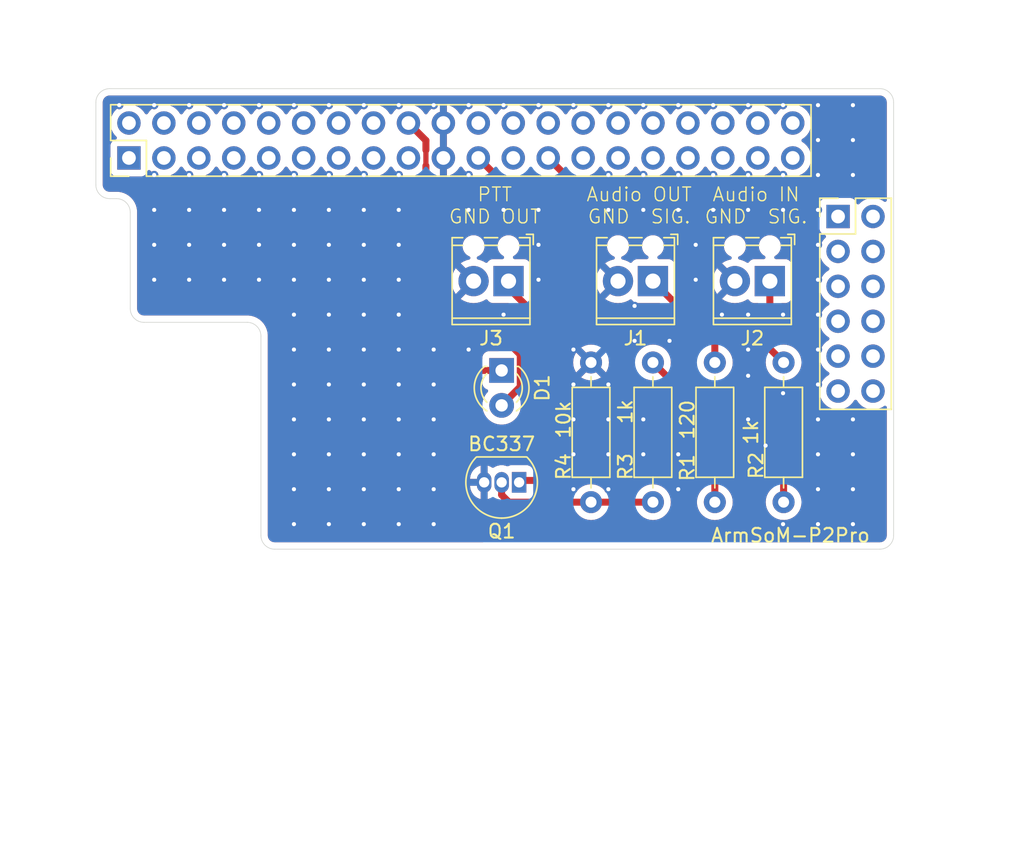
<source format=kicad_pcb>
(kicad_pcb (version 20240108) (generator "pcbnew") (generator_version "8.0")
  (layers (0 "F.Cu" signal) (31 "B.Cu" signal) (34 "B.Paste" user) (35 "F.Paste" user) (36 "B.SilkS" user "B.Silkscreen") (37 "F.SilkS" user "F.Silkscreen") (38 "B.Mask" user) (39 "F.Mask" user) (44 "Edge.Cuts" user))
  (net 0 "")
  (net 1 "Net-(J1-Pin_1)")
  (net 2 "+3.3V")
  (net 3 "Net-(D1-A)")
  (net 4 "Net-(D1-K)")
  (net 5 "GND")
  (net 6 "Net-(J2-Pin_1)")
  (net 7 "/PTT")
  (net 8 "Net-(Q1-B)")
  (net 33 "Net-(IC1-LINEOUT_L)")
  (net 47 "Net-(IC1-MICP1)")
  (footprint "TerminalBlock_Phoenix:TerminalBlock_Phoenix_MPT-0,5-2-2.54_1x02_P2.54mm_Horizontal" (layer "F.Cu") (at 104.5 89 180)
    (property "Reference" "J3" (at 1.27 -4.16 180) (layer "F.SilkS"))
    (property "Value" "PTT")
    (fp_line (start 4.1 -3.16) (end 4.1 3.16) (stroke (width 0.12)) (layer "F.SilkS"))
    (fp_line (start 3.33 3.16) (end 4.1 3.16) (stroke (width 0.12)) (layer "F.SilkS"))
    (fp_line (start 3.33 2.6) (end 4.1 2.6) (stroke (width 0.12)) (layer "F.SilkS"))
    (fp_line (start 0.79 3.16) (end 1.75 3.16) (stroke (width 0.12)) (layer "F.SilkS"))
    (fp_line (start 0.79 2.6) (end 1.75 2.6) (stroke (width 0.12)) (layer "F.SilkS"))
    (fp_line (start -1.56 3.16) (end -0.79 3.16) (stroke (width 0.12)) (layer "F.SilkS"))
    (fp_line (start -1.56 2.6) (end -0.79 2.6) (stroke (width 0.12)) (layer "F.SilkS"))
    (fp_line (start -1.56 -2.7) (end 4.1 -2.7) (stroke (width 0.12)) (layer "F.SilkS"))
    (fp_line (start -1.56 -3.16) (end 4.1 -3.16) (stroke (width 0.12)) (layer "F.SilkS"))
    (fp_line (start -1.56 -3.16) (end -1.56 3.16) (stroke (width 0.12)) (layer "F.SilkS"))
    (fp_line (start -1.8 3.4) (end -1.3 3.4) (stroke (width 0.12)) (layer "F.SilkS"))
    (fp_line (start -1.8 2.66) (end -1.8 3.4) (stroke (width 0.12)) (layer "F.SilkS"))
    (pad "" np_thru_hole circle (at 0 2.54 180) (size 1.1 1.1) (drill 1.1) (layers "*.Cu" "*.Mask"))
    (pad "" np_thru_hole circle (at 2.54 2.54 180) (size 1.1 1.1) (drill 1.1) (layers "*.Cu" "*.Mask"))
    (pad "1" thru_hole rect (at 0 0 180) (size 2.2 2.2) (drill 1.1) (layers "*.Cu" "*.Mask") (net 7 "/PTT"))
    (pad "2" thru_hole circle (at 2.54 0 180) (size 2.2 2.2) (drill 1.1) (layers "*.Cu" "*.Mask") (net 5 "GND"))
  )
  (footprint "LED_THT:LED_D3.0mm" (layer "F.Cu") (at 104 95.5 -90)
    (property "Reference" "D1" (at 1.27 -2.96 90) (layer "F.SilkS"))
    (property "Value" "LED")
    (fp_line (start -0.29 1.08) (end -0.29 1.236) (stroke (width 0.12)) (layer "F.SilkS"))
    (fp_line (start -0.29 -1.236) (end -0.29 -1.08) (stroke (width 0.12)) (layer "F.SilkS"))
    (fp_arc (start 2.31113 1.079837) (mid 1.270117 1.5) (end 0.229039 1.08) (stroke (width 0.12)) (layer "F.SilkS"))
    (fp_arc (start 2.942335 1.078608) (mid 1.366487 1.987659) (end -0.29 1.235516) (stroke (width 0.12)) (layer "F.SilkS"))
    (fp_arc (start 0.229039 -1.08) (mid 1.270117 -1.5) (end 2.31113 -1.079837) (stroke (width 0.12)) (layer "F.SilkS"))
    (fp_arc (start -0.29 -1.235516) (mid 1.366487 -1.987659) (end 2.942335 -1.078608) (stroke (width 0.12)) (layer "F.SilkS"))
    (pad "1" thru_hole rect (at 0 0 270) (size 1.8 1.8) (drill 0.9) (layers "*.Cu" "*.Mask") (net 4 "Net-(D1-K)"))
    (pad "2" thru_hole circle (at 2.54 0 270) (size 1.8 1.8) (drill 0.9) (layers "*.Cu" "*.Mask") (net 3 "Net-(D1-A)"))
  )
  (footprint "Resistor_THT:R_Axial_DIN0207_L6.3mm_D2.5mm_P10.16mm_Horizontal" (layer "F.Cu") (at 110.5 94.92 -90)
    (property "Reference" "R4" (at 7.58 2 90) (layer "F.SilkS"))
    (property "Value" "10k" (at 4.16 2 90) (layer "F.SilkS"))
    (fp_line (start 1.81 1.37) (end 8.35 1.37) (stroke (width 0.12)) (layer "F.SilkS"))
    (fp_line (start 8.35 1.37) (end 8.35 -1.37) (stroke (width 0.12)) (layer "F.SilkS"))
    (fp_line (start 1.04 0) (end 1.81 0) (stroke (width 0.12)) (layer "F.SilkS"))
    (fp_line (start 9.12 0) (end 8.35 0) (stroke (width 0.12)) (layer "F.SilkS"))
    (fp_line (start 1.81 -1.37) (end 1.81 1.37) (stroke (width 0.12)) (layer "F.SilkS"))
    (fp_line (start 8.35 -1.37) (end 1.81 -1.37) (stroke (width 0.12)) (layer "F.SilkS"))
    (pad "1" thru_hole circle (at 0 0 270) (size 1.6 1.6) (drill 0.8) (layers "*.Cu" "*.Mask") (net 5 "GND"))
    (pad "2" thru_hole oval (at 10.16 0 270) (size 1.6 1.6) (drill 0.8) (layers "*.Cu" "*.Mask") (net 8 "Net-(Q1-B)"))
  )
  (footprint "Resistor_THT:R_Axial_DIN0207_L6.3mm_D2.5mm_P10.16mm_Horizontal" (layer "F.Cu") (at 115 105.08 90)
    (property "Reference" "R3" (at 2.58 -2 90) (layer "F.SilkS"))
    (property "Value" "1k" (at 6.58 -2 90) (layer "F.SilkS"))
    (fp_line (start 8.35 -1.37) (end 1.81 -1.37) (stroke (width 0.12)) (layer "F.SilkS"))
    (fp_line (start 1.81 -1.37) (end 1.81 1.37) (stroke (width 0.12)) (layer "F.SilkS"))
    (fp_line (start 9.12 0) (end 8.35 0) (stroke (width 0.12)) (layer "F.SilkS"))
    (fp_line (start 1.04 0) (end 1.81 0) (stroke (width 0.12)) (layer "F.SilkS"))
    (fp_line (start 8.35 1.37) (end 8.35 -1.37) (stroke (width 0.12)) (layer "F.SilkS"))
    (fp_line (start 1.81 1.37) (end 8.35 1.37) (stroke (width 0.12)) (layer "F.SilkS"))
    (pad "1" thru_hole circle (at 0 0 90) (size 1.6 1.6) (drill 0.8) (layers "*.Cu" "*.Mask") (net 8 "Net-(Q1-B)"))
    (pad "2" thru_hole oval (at 10.16 0 90) (size 1.6 1.6) (drill 0.8) (layers "*.Cu" "*.Mask") (net 4 "Net-(D1-K)"))
  )
  (footprint "Resistor_THT:R_Axial_DIN0207_L6.3mm_D2.5mm_P10.16mm_Horizontal" (layer "F.Cu") (at 119.5 94.92 -90)
    (property "Reference" "R1" (at 7.66 2 90) (layer "F.SilkS"))
    (property "Value" "120" (at 4.16 2 90) (layer "F.SilkS"))
    (fp_line (start 1.81 1.37) (end 8.35 1.37) (stroke (width 0.12)) (layer "F.SilkS"))
    (fp_line (start 8.35 1.37) (end 8.35 -1.37) (stroke (width 0.12)) (layer "F.SilkS"))
    (fp_line (start 1.04 0) (end 1.81 0) (stroke (width 0.12)) (layer "F.SilkS"))
    (fp_line (start 9.12 0) (end 8.35 0) (stroke (width 0.12)) (layer "F.SilkS"))
    (fp_line (start 1.81 -1.37) (end 1.81 1.37) (stroke (width 0.12)) (layer "F.SilkS"))
    (fp_line (start 8.35 -1.37) (end 1.81 -1.37) (stroke (width 0.12)) (layer "F.SilkS"))
    (pad "1" thru_hole circle (at 0 0 270) (size 1.6 1.6) (drill 0.8) (layers "*.Cu" "*.Mask") (net 1 "Net-(J1-Pin_1)"))
    (pad "2" thru_hole oval (at 10.16 0 270) (size 1.6 1.6) (drill 0.8) (layers "*.Cu" "*.Mask") (net 33 "Net-(IC1-LINEOUT_L)"))
  )
  (footprint "Package_TO_SOT_THT:TO-92_Inline" (layer "F.Cu") (at 105.27 103.64 180)
    (property "Reference" "Q1" (at 1.27 -3.56 0) (layer "F.SilkS"))
    (property "Value" "BC337" (at 1.27 2.79 0) (layer "F.SilkS"))
    (fp_line (start -0.53 1.85) (end 3.07 1.85) (stroke (width 0.12)) (layer "F.SilkS"))
    (fp_arc (start 1.27 -2.6) (mid 3.672087 -0.994977) (end 3.108478 1.838478) (stroke (width 0.12)) (layer "F.SilkS"))
    (fp_arc (start -0.568478 1.838478) (mid -1.132087 -0.994977) (end 1.27 -2.6) (stroke (width 0.12)) (layer "F.SilkS"))
    (pad "1" thru_hole rect (at 0 0 180) (size 1.05 1.5) (drill 0.75) (layers "*.Cu" "*.Mask") (net 7 "/PTT"))
    (pad "2" thru_hole oval (at 1.27 0 180) (size 1.05 1.5) (drill 0.75) (layers "*.Cu" "*.Mask") (net 8 "Net-(Q1-B)"))
    (pad "3" thru_hole oval (at 2.54 0 180) (size 1.05 1.5) (drill 0.75) (layers "*.Cu" "*.Mask") (net 5 "GND"))
  )
  (footprint "TerminalBlock_Phoenix:TerminalBlock_Phoenix_MPT-0,5-2-2.54_1x02_P2.54mm_Horizontal" (layer "F.Cu") (at 115 89 180)
    (property "Reference" "J1" (at 1.27 -4.16 180) (layer "F.SilkS"))
    (property "Value" "Audio OUT")
    (fp_line (start 4.1 -3.16) (end 4.1 3.16) (stroke (width 0.12)) (layer "F.SilkS"))
    (fp_line (start 3.33 3.16) (end 4.1 3.16) (stroke (width 0.12)) (layer "F.SilkS"))
    (fp_line (start 3.33 2.6) (end 4.1 2.6) (stroke (width 0.12)) (layer "F.SilkS"))
    (fp_line (start 0.79 3.16) (end 1.75 3.16) (stroke (width 0.12)) (layer "F.SilkS"))
    (fp_line (start 0.79 2.6) (end 1.75 2.6) (stroke (width 0.12)) (layer "F.SilkS"))
    (fp_line (start -1.56 3.16) (end -0.79 3.16) (stroke (width 0.12)) (layer "F.SilkS"))
    (fp_line (start -1.56 2.6) (end -0.79 2.6) (stroke (width 0.12)) (layer "F.SilkS"))
    (fp_line (start -1.56 -2.7) (end 4.1 -2.7) (stroke (width 0.12)) (layer "F.SilkS"))
    (fp_line (start -1.56 -3.16) (end 4.1 -3.16) (stroke (width 0.12)) (layer "F.SilkS"))
    (fp_line (start -1.56 -3.16) (end -1.56 3.16) (stroke (width 0.12)) (layer "F.SilkS"))
    (fp_line (start -1.8 3.4) (end -1.3 3.4) (stroke (width 0.12)) (layer "F.SilkS"))
    (fp_line (start -1.8 2.66) (end -1.8 3.4) (stroke (width 0.12)) (layer "F.SilkS"))
    (pad "" np_thru_hole circle (at 0 2.54 180) (size 1.1 1.1) (drill 1.1) (layers "*.Cu" "*.Mask"))
    (pad "" np_thru_hole circle (at 2.54 2.54 180) (size 1.1 1.1) (drill 1.1) (layers "*.Cu" "*.Mask"))
    (pad "1" thru_hole rect (at 0 0 180) (size 2.2 2.2) (drill 1.1) (layers "*.Cu" "*.Mask") (net 1 "Net-(J1-Pin_1)"))
    (pad "2" thru_hole circle (at 2.54 0 180) (size 2.2 2.2) (drill 1.1) (layers "*.Cu" "*.Mask") (net 5 "GND"))
  )
  (footprint "TerminalBlock_Phoenix:TerminalBlock_Phoenix_MPT-0,5-2-2.54_1x02_P2.54mm_Horizontal" (layer "F.Cu") (at 123.5 89 180)
    (property "Reference" "J2" (at 1.27 -4.16 180) (layer "F.SilkS"))
    (property "Value" "Audio IN")
    (fp_line (start 4.1 -3.16) (end 4.1 3.16) (stroke (width 0.12)) (layer "F.SilkS"))
    (fp_line (start 3.33 3.16) (end 4.1 3.16) (stroke (width 0.12)) (layer "F.SilkS"))
    (fp_line (start 3.33 2.6) (end 4.1 2.6) (stroke (width 0.12)) (layer "F.SilkS"))
    (fp_line (start 0.79 3.16) (end 1.75 3.16) (stroke (width 0.12)) (layer "F.SilkS"))
    (fp_line (start 0.79 2.6) (end 1.75 2.6) (stroke (width 0.12)) (layer "F.SilkS"))
    (fp_line (start -1.56 3.16) (end -0.79 3.16) (stroke (width 0.12)) (layer "F.SilkS"))
    (fp_line (start -1.56 2.6) (end -0.79 2.6) (stroke (width 0.12)) (layer "F.SilkS"))
    (fp_line (start -1.56 -2.7) (end 4.1 -2.7) (stroke (width 0.12)) (layer "F.SilkS"))
    (fp_line (start -1.56 -3.16) (end 4.1 -3.16) (stroke (width 0.12)) (layer "F.SilkS"))
    (fp_line (start -1.56 -3.16) (end -1.56 3.16) (stroke (width 0.12)) (layer "F.SilkS"))
    (fp_line (start -1.8 3.4) (end -1.3 3.4) (stroke (width 0.12)) (layer "F.SilkS"))
    (fp_line (start -1.8 2.66) (end -1.8 3.4) (stroke (width 0.12)) (layer "F.SilkS"))
    (pad "" np_thru_hole circle (at 0 2.54 180) (size 1.1 1.1) (drill 1.1) (layers "*.Cu" "*.Mask"))
    (pad "" np_thru_hole circle (at 2.54 2.54 180) (size 1.1 1.1) (drill 1.1) (layers "*.Cu" "*.Mask"))
    (pad "1" thru_hole rect (at 0 0 180) (size 2.2 2.2) (drill 1.1) (layers "*.Cu" "*.Mask") (net 6 "Net-(J2-Pin_1)"))
    (pad "2" thru_hole circle (at 2.54 0 180) (size 2.2 2.2) (drill 1.1) (layers "*.Cu" "*.Mask") (net 5 "GND"))
  )
  (footprint "Resistor_THT:R_Axial_DIN0207_L6.3mm_D2.5mm_P10.16mm_Horizontal" (layer "F.Cu") (at 124.5 94.92 -90)
    (property "Reference" "R2" (at 7.5 2 90) (layer "F.SilkS"))
    (property "Value" "1k" (at 5.08 2.37 90) (layer "F.SilkS"))
    (fp_line (start 1.81 1.37) (end 8.35 1.37) (stroke (width 0.12)) (layer "F.SilkS"))
    (fp_line (start 8.35 1.37) (end 8.35 -1.37) (stroke (width 0.12)) (layer "F.SilkS"))
    (fp_line (start 1.04 0) (end 1.81 0) (stroke (width 0.12)) (layer "F.SilkS"))
    (fp_line (start 9.12 0) (end 8.35 0) (stroke (width 0.12)) (layer "F.SilkS"))
    (fp_line (start 1.81 -1.37) (end 1.81 1.37) (stroke (width 0.12)) (layer "F.SilkS"))
    (fp_line (start 8.35 -1.37) (end 1.81 -1.37) (stroke (width 0.12)) (layer "F.SilkS"))
    (pad "1" thru_hole circle (at 0 0 270) (size 1.6 1.6) (drill 0.8) (layers "*.Cu" "*.Mask") (net 6 "Net-(J2-Pin_1)"))
    (pad "2" thru_hole oval (at 10.16 0 270) (size 1.6 1.6) (drill 0.8) (layers "*.Cu" "*.Mask") (net 47 "Net-(IC1-MICP1)"))
  )
  (footprint "MyLibrary:ArmSom-P2Pro" (layer "F.Cu") (at 99.8 77.5)
    (property "Reference" "IC1" (hide yes))
    (property "Value" "ArmSoM-P2Pro" (at 25.2 30 0) (layer "F.SilkS"))
    (fp_line (start -24.224989 -1.33) (end -24.224989 1.27) (stroke (width 0.12)) (layer "F.SilkS"))
    (fp_line (start -24.224989 -1.33) (end 26.695011 -1.33) (stroke (width 0.12)) (layer "F.SilkS"))
    (fp_line (start -24.224989 1.27) (end -21.624989 1.27) (stroke (width 0.12)) (layer "F.SilkS"))
    (fp_line (start -24.224989 2.54) (end -24.224989 3.87) (stroke (width 0.12)) (layer "F.SilkS"))
    (fp_line (start -24.224989 3.87) (end -22.894989 3.87) (stroke (width 0.12)) (layer "F.SilkS"))
    (fp_line (start -21.624989 1.27) (end -21.624989 3.87) (stroke (width 0.12)) (layer "F.SilkS"))
    (fp_line (start -21.624989 3.87) (end 26.695011 3.87) (stroke (width 0.12)) (layer "F.SilkS"))
    (fp_line (start 26.695011 -1.33) (end 26.695011 3.87) (stroke (width 0.12)) (layer "F.SilkS"))
    (fp_line (start 27.33 5.47) (end 27.33 6.8) (stroke (width 0.12)) (layer "F.SilkS"))
    (fp_line (start 27.33 8.07) (end 27.33 20.83) (stroke (width 0.12)) (layer "F.SilkS"))
    (fp_line (start 28.66 5.47) (end 27.33 5.47) (stroke (width 0.12)) (layer "F.SilkS"))
    (fp_line (start 29.93 5.47) (end 29.93 8.07) (stroke (width 0.12)) (layer "F.SilkS"))
    (fp_line (start 29.93 8.07) (end 27.33 8.07) (stroke (width 0.12)) (layer "F.SilkS"))
    (fp_line (start 32.53 5.47) (end 29.93 5.47) (stroke (width 0.12)) (layer "F.SilkS"))
    (fp_line (start 32.53 5.47) (end 32.53 20.83) (stroke (width 0.12)) (layer "F.SilkS"))
    (fp_line (start 32.53 20.83) (end 27.33 20.83) (stroke (width 0.12)) (layer "F.SilkS"))
    (pad "J4_1" thru_hole rect (at -22.894989 2.54 270) (size 1.7 1.7) (drill 1) (layers "*.Cu" "*.Mask") (net 2 "+3.3V"))
    (pad "J4_2" thru_hole oval (at -22.894989 0 270) (size 1.7 1.7) (drill 1) (layers "*.Cu" "*.Mask"))
    (pad "J4_3" thru_hole oval (at -20.354989 2.54 270) (size 1.7 1.7) (drill 1) (layers "*.Cu" "*.Mask"))
    (pad "J4_4" thru_hole oval (at -20.354989 0 270) (size 1.7 1.7) (drill 1) (layers "*.Cu" "*.Mask"))
    (pad "J4_5" thru_hole oval (at -17.814989 2.54 270) (size 1.7 1.7) (drill 1) (layers "*.Cu" "*.Mask"))
    (pad "J4_6" thru_hole oval (at -17.814989 0 270) (size 1.7 1.7) (drill 1) (layers "*.Cu" "*.Mask"))
    (pad "J4_7" thru_hole oval (at -15.274989 2.54 270) (size 1.7 1.7) (drill 1) (layers "*.Cu" "*.Mask"))
    (pad "J4_8" thru_hole oval (at -15.274989 0 270) (size 1.7 1.7) (drill 1) (layers "*.Cu" "*.Mask"))
    (pad "J4_9" thru_hole oval (at -12.734989 2.54 270) (size 1.7 1.7) (drill 1) (layers "*.Cu" "*.Mask"))
    (pad "J4_10" thru_hole oval (at -12.734989 0 270) (size 1.7 1.7) (drill 1) (layers "*.Cu" "*.Mask"))
    (pad "J4_11" thru_hole oval (at -10.194989 2.54 270) (size 1.7 1.7) (drill 1) (layers "*.Cu" "*.Mask"))
    (pad "J4_12" thru_hole oval (at -10.194989 0 270) (size 1.7 1.7) (drill 1) (layers "*.Cu" "*.Mask"))
    (pad "J4_13" thru_hole oval (at -7.654989 2.54 270) (size 1.7 1.7) (drill 1) (layers "*.Cu" "*.Mask"))
    (pad "J4_14" thru_hole oval (at -7.654989 0 270) (size 1.7 1.7) (drill 1) (layers "*.Cu" "*.Mask"))
    (pad "J4_15" thru_hole oval (at -5.114989 2.54 270) (size 1.7 1.7) (drill 1) (layers "*.Cu" "*.Mask"))
    (pad "J4_16" thru_hole oval (at -5.114989 0 270) (size 1.7 1.7) (drill 1) (layers "*.Cu" "*.Mask"))
    (pad "J4_17" thru_hole oval (at -2.574989 2.54 270) (size 1.7 1.7) (drill 1) (layers "*.Cu" "*.Mask"))
    (pad "J4_18" thru_hole oval (at -2.574989 0 270) (size 1.7 1.7) (drill 1) (layers "*.Cu" "*.Mask") (net 3 "Net-(D1-A)"))
    (pad "J4_19" thru_hole oval (at -0.034989 2.54 270) (size 1.7 1.7) (drill 1) (layers "*.Cu" "*.Mask") (net 5 "GND"))
    (pad "J4_20" thru_hole oval (at -0.034989 0 270) (size 1.7 1.7) (drill 1) (layers "*.Cu" "*.Mask") (net 5 "GND"))
    (pad "J4_21" thru_hole oval (at 2.505011 2.54 270) (size 1.7 1.7) (drill 1) (layers "*.Cu" "*.Mask") (net 33 "Net-(IC1-LINEOUT_L)"))
    (pad "J4_22" thru_hole oval (at 2.505011 0 270) (size 1.7 1.7) (drill 1) (layers "*.Cu" "*.Mask"))
    (pad "J4_23" thru_hole oval (at 5.045011 2.54 270) (size 1.7 1.7) (drill 1) (layers "*.Cu" "*.Mask"))
    (pad "J4_24" thru_hole oval (at 5.045011 0 270) (size 1.7 1.7) (drill 1) (layers "*.Cu" "*.Mask"))
    (pad "J4_25" thru_hole oval (at 7.585011 2.54 270) (size 1.7 1.7) (drill 1) (layers "*.Cu" "*.Mask") (net 47 "Net-(IC1-MICP1)"))
    (pad "J4_26" thru_hole oval (at 7.585011 0 270) (size 1.7 1.7) (drill 1) (layers "*.Cu" "*.Mask"))
    (pad "J4_27" thru_hole oval (at 10.125011 2.54 270) (size 1.7 1.7) (drill 1) (layers "*.Cu" "*.Mask"))
    (pad "J4_28" thru_hole oval (at 10.125011 0 270) (size 1.7 1.7) (drill 1) (layers "*.Cu" "*.Mask"))
    (pad "J4_29" thru_hole oval (at 12.665011 2.54 270) (size 1.7 1.7) (drill 1) (layers "*.Cu" "*.Mask"))
    (pad "J4_30" thru_hole oval (at 12.665011 0 270) (size 1.7 1.7) (drill 1) (layers "*.Cu" "*.Mask"))
    (pad "J4_31" thru_hole oval (at 15.205011 2.54 270) (size 1.7 1.7) (drill 1) (layers "*.Cu" "*.Mask"))
    (pad "J4_32" thru_hole oval (at 15.205011 0 270) (size 1.7 1.7) (drill 1) (layers "*.Cu" "*.Mask"))
    (pad "J4_33" thru_hole oval (at 17.745011 2.54 270) (size 1.7 1.7) (drill 1) (layers "*.Cu" "*.Mask"))
    (pad "J4_34" thru_hole oval (at 17.745011 0 270) (size 1.7 1.7) (drill 1) (layers "*.Cu" "*.Mask"))
    (pad "J4_35" thru_hole oval (at 20.285011 2.54 270) (size 1.7 1.7) (drill 1) (layers "*.Cu" "*.Mask"))
    (pad "J4_36" thru_hole oval (at 20.285011 0 270) (size 1.7 1.7) (drill 1) (layers "*.Cu" "*.Mask"))
    (pad "J4_37" thru_hole oval (at 22.825011 2.54 270) (size 1.7 1.7) (drill 1) (layers "*.Cu" "*.Mask"))
    (pad "J4_38" thru_hole oval (at 22.825011 0 270) (size 1.7 1.7) (drill 1) (layers "*.Cu" "*.Mask"))
    (pad "J4_39" thru_hole oval (at 25.365011 2.54 270) (size 1.7 1.7) (drill 1) (layers "*.Cu" "*.Mask"))
    (pad "J4_40" thru_hole oval (at 25.365011 0 270) (size 1.7 1.7) (drill 1) (layers "*.Cu" "*.Mask"))
    (pad "J11_1" thru_hole rect (at 28.66 6.8) (size 1.7 1.7) (drill 1) (layers "*.Cu" "*.Mask"))
    (pad "J11_2" thru_hole oval (at 31.2 6.8) (size 1.7 1.7) (drill 1) (layers "*.Cu" "*.Mask"))
    (pad "J11_3" thru_hole oval (at 28.66 9.34) (size 1.7 1.7) (drill 1) (layers "*.Cu" "*.Mask"))
    (pad "J11_4" thru_hole oval (at 31.2 9.34) (size 1.7 1.7) (drill 1) (layers "*.Cu" "*.Mask"))
    (pad "J11_5" thru_hole oval (at 28.66 11.88) (size 1.7 1.7) (drill 1) (layers "*.Cu" "*.Mask"))
    (pad "J11_6" thru_hole oval (at 31.2 11.88) (size 1.7 1.7) (drill 1) (layers "*.Cu" "*.Mask"))
    (pad "J11_7" thru_hole oval (at 28.66 14.42) (size 1.7 1.7) (drill 1) (layers "*.Cu" "*.Mask"))
    (pad "J11_8" thru_hole oval (at 31.2 14.42) (size 1.7 1.7) (drill 1) (layers "*.Cu" "*.Mask"))
    (pad "J11_9" thru_hole oval (at 28.66 16.96) (size 1.7 1.7) (drill 1) (layers "*.Cu" "*.Mask"))
    (pad "J11_10" thru_hole oval (at 31.2 16.96) (size 1.7 1.7) (drill 1) (layers "*.Cu" "*.Mask"))
    (pad "J11_11" thru_hole oval (at 28.66 19.5) (size 1.7 1.7) (drill 1) (layers "*.Cu" "*.Mask"))
    (pad "J11_12" thru_hole oval (at 31.2 19.5) (size 1.7 1.7) (drill 1) (layers "*.Cu" "*.Mask"))
  )
  (gr_line (start 131.500002 75) (end 75.5 75) (stroke (width 0.05)) (layer "Edge.Cuts"))
  (gr_line (start 77 84) (end 77 91.000001) (stroke (width 0.05)) (layer "Edge.Cuts"))
  (gr_arc (start 75.5 83) (mid 74.792893 82.707107) (end 74.5 82) (stroke (width 0.05)) (layer "Edge.Cuts"))
  (gr_line (start 75.5 83) (end 76 83) (stroke (width 0.05)) (layer "Edge.Cuts"))
  (gr_arc (start 131.500002 75) (mid 132.207107 75.292894) (end 132.5 76) (stroke (width 0.05)) (layer "Edge.Cuts"))
  (gr_arc (start 87.499998 108.5) (mid 86.792893 108.207106) (end 86.5 107.500001) (stroke (width 0.05)) (layer "Edge.Cuts"))
  (gr_line (start 132.5 107.5) (end 132.5 76) (stroke (width 0.05)) (layer "Edge.Cuts"))
  (gr_arc (start 74.5 76) (mid 74.792893 75.292893) (end 75.5 75) (stroke (width 0.05)) (layer "Edge.Cuts"))
  (gr_arc (start 85.5 92) (mid 86.207107 92.292893) (end 86.5 93) (stroke (width 0.05)) (layer "Edge.Cuts"))
  (gr_arc (start 77.999998 92) (mid 77.292893 91.707106) (end 77 91.000001) (stroke (width 0.05)) (layer "Edge.Cuts"))
  (gr_line (start 87.5 108.5) (end 131.5 108.5) (stroke (width 0.05)) (layer "Edge.Cuts"))
  (gr_line (start 74.5 76) (end 74.5 82) (stroke (width 0.05)) (layer "Edge.Cuts"))
  (gr_line (start 77.999998 92) (end 85.5 92) (stroke (width 0.05)) (layer "Edge.Cuts"))
  (gr_arc (start 132.5 107.5) (mid 132.207107 108.207106) (end 131.500002 108.5) (stroke (width 0.05)) (layer "Edge.Cuts"))
  (gr_line (start 86.5 93) (end 86.5 107.500001) (stroke (width 0.05)) (layer "Edge.Cuts"))
  (gr_arc (start 76.000002 83) (mid 76.707106 83.292894) (end 77 84) (stroke (width 0.05)) (layer "Edge.Cuts"))
  (gr_text "Audio OUT\nGND  SIG." (at 114 83.5 0) (layer "F.SilkS") (effects (font (size 1 1) (thickness 0.1))))
  (gr_text "PTT\nGND OUT" (at 103.5 83.5 0) (layer "F.SilkS") (effects (font (size 1 1) (thickness 0.1))))
  (gr_text "Audio IN\nGND  SIG." (at 122.5 83.5 0) (layer "F.SilkS") (effects (font (size 1 1) (thickness 0.1))))
  (segment (start 115 89) (end 119.5 93.5) (width 0.508) (layer "F.Cu") (net 1))
  (segment (start 119.5 93.5) (end 119.5 94.92) (width 0.508) (layer "F.Cu") (net 1))
  (segment (start 98.495011 89.495011) (end 101 92) (width 0.508) (layer "F.Cu") (net 3))
  (segment (start 105.354 96.686) (end 104 98.04) (width 0.508) (layer "F.Cu") (net 3))
  (segment (start 98.495011 80.614135) (end 98.495011 89.495011) (width 0.508) (layer "F.Cu") (net 3))
  (segment (start 97.225011 77.5) (end 98.495011 78.77) (width 0.508) (layer "F.Cu") (net 3))
  (segment (start 101 92) (end 103 92) (width 0.508) (layer "F.Cu") (net 3))
  (segment (start 105.354 94.354) (end 105.354 96.686) (width 0.508) (layer "F.Cu") (net 3))
  (segment (start 103 92) (end 105.354 94.354) (width 0.508) (layer "F.Cu") (net 3))
  (segment (start 98.495011 80.614135) (end 98.495011 79.465865) (width 0.381) (layer "F.Cu") (net 3))
  (segment (start 98.495011 78.77) (end 98.495011 79.465865) (width 0.508) (layer "F.Cu") (net 3))
  (segment (start 120.5 107.5) (end 122 106) (width 0.508) (layer "F.Cu") (net 4))
  (segment (start 122 106) (end 122 101.92) (width 0.508) (layer "F.Cu") (net 4))
  (segment (start 103.5 107.5) (end 120.5 107.5) (width 0.508) (layer "F.Cu") (net 4))
  (segment (start 122 101.92) (end 115 94.92) (width 0.508) (layer "F.Cu") (net 4))
  (segment (start 104 95.5) (end 102 95.5) (width 0.508) (layer "F.Cu") (net 4))
  (segment (start 102 95.5) (end 100.5 97) (width 0.508) (layer "F.Cu") (net 4))
  (segment (start 100.5 97) (end 100.5 104.5) (width 0.508) (layer "F.Cu") (net 4))
  (segment (start 100.5 104.5) (end 103.5 107.5) (width 0.508) (layer "F.Cu") (net 4))
  (via (at 116.84 101.6) (size 0.6) (drill 0.3) (layers "F.Cu" "B.Cu") (net 5))
  (via (at 93.98 96.52) (size 0.6) (drill 0.3) (layers "F.Cu" "B.Cu") (net 5))
  (via (at 78.74 88.9) (size 0.6) (drill 0.3) (layers "F.Cu" "B.Cu") (net 5))
  (via (at 83.82 81.28) (size 0.6) (drill 0.3) (layers "F.Cu" "B.Cu") (net 5))
  (via (at 99.06 104.14) (size 0.6) (drill 0.3) (layers "F.Cu" "B.Cu") (net 5))
  (via (at 121.92 99.06) (size 0.6) (drill 0.3) (layers "F.Cu" "B.Cu") (net 5))
  (via (at 91.44 81.28) (size 0.6) (drill 0.3) (layers "F.Cu" "B.Cu") (net 5))
  (via (at 127 93.98) (size 0.6) (drill 0.3) (layers "F.Cu" "B.Cu") (net 5))
  (via (at 127 81.28) (size 0.6) (drill 0.3) (layers "F.Cu" "B.Cu") (net 5))
  (via (at 101.6 93.98) (size 0.6) (drill 0.3) (layers "F.Cu" "B.Cu") (net 5))
  (via (at 124.46 81.28) (size 0.6) (drill 0.3) (layers "F.Cu" "B.Cu") (net 5))
  (via (at 93.98 104.14) (size 0.6) (drill 0.3) (layers "F.Cu" "B.Cu") (net 5))
  (via (at 93.98 101.6) (size 0.6) (drill 0.3) (layers "F.Cu" "B.Cu") (net 5))
  (via (at 88.9 104.14) (size 0.6) (drill 0.3) (layers "F.Cu" "B.Cu") (net 5))
  (via (at 83.82 88.9) (size 0.6) (drill 0.3) (layers "F.Cu" "B.Cu") (net 5))
  (via (at 119.38 76.2) (size 0.6) (drill 0.3) (layers "F.Cu" "B.Cu") (net 5))
  (via (at 111.76 99.06) (size 0.6) (drill 0.3) (layers "F.Cu" "B.Cu") (net 5))
  (via (at 129.54 76.2) (size 0.6) (drill 0.3) (layers "F.Cu" "B.Cu") (net 5))
  (via (at 111.76 81.28) (size 0.6) (drill 0.3) (layers "F.Cu" "B.Cu") (net 5))
  (via (at 76.2 76.2) (size 0.6) (drill 0.3) (layers "F.Cu" "B.Cu") (net 5))
  (via (at 96.52 96.52) (size 0.6) (drill 0.3) (layers "F.Cu" "B.Cu") (net 5))
  (via (at 93.98 99.06) (size 0.6) (drill 0.3) (layers "F.Cu" "B.Cu") (net 5))
  (via (at 83.82 83.82) (size 0.6) (drill 0.3) (layers "F.Cu" "B.Cu") (net 5))
  (via (at 106.68 76.2) (size 0.6) (drill 0.3) (layers "F.Cu" "B.Cu") (net 5))
  (via (at 99.06 106.68) (size 0.6) (drill 0.3) (layers "F.Cu" "B.Cu") (net 5))
  (via (at 83.82 86.36) (size 0.6) (drill 0.3) (layers "F.Cu" "B.Cu") (net 5))
  (via (at 121.92 91.44) (size 0.6) (drill 0.3) (layers "F.Cu" "B.Cu") (net 5))
  (via (at 114.3 81.28) (size 0.6) (drill 0.3) (layers "F.Cu" "B.Cu") (net 5))
  (via (at 114.3 101.6) (size 0.6) (drill 0.3) (layers "F.Cu" "B.Cu") (net 5))
  (via (at 121.92 81.28) (size 0.6) (drill 0.3) (layers "F.Cu" "B.Cu") (net 5))
  (via (at 81.28 83.82) (size 0.6) (drill 0.3) (layers "F.Cu" "B.Cu") (net 5))
  (via (at 96.52 101.6) (size 0.6) (drill 0.3) (layers "F.Cu" "B.Cu") (net 5))
  (via (at 114.3 83.82) (size 0.6) (drill 0.3) (layers "F.Cu" "B.Cu") (net 5))
  (via (at 124.46 91.44) (size 0.6) (drill 0.3) (layers "F.Cu" "B.Cu") (net 5))
  (via (at 81.28 81.28) (size 0.6) (drill 0.3) (layers "F.Cu" "B.Cu") (net 5))
  (via (at 121.92 95.885) (size 0.6) (drill 0.3) (layers "F.Cu" "B.Cu") (net 5))
  (via (at 118.11 86.36) (size 0.6) (drill 0.3) (layers "F.Cu" "B.Cu") (net 5))
  (via (at 96.52 83.82) (size 0.6) (drill 0.3) (layers "F.Cu" "B.Cu") (net 5))
  (via (at 114.3 76.2) (size 0.6) (drill 0.3) (layers "F.Cu" "B.Cu") (net 5))
  (via (at 88.9 88.9) (size 0.6) (drill 0.3) (layers "F.Cu" "B.Cu") (net 5))
  (via (at 96.52 104.14) (size 0.6) (drill 0.3) (layers "F.Cu" "B.Cu") (net 5))
  (via (at 129.54 99.06) (size 0.6) (drill 0.3) (layers "F.Cu" "B.Cu") (net 5))
  (via (at 127 88.9) (size 0.6) (drill 0.3) (layers "F.Cu" "B.Cu") (net 5))
  (via (at 86.36 88.9) (size 0.6) (drill 0.3) (layers "F.Cu" "B.Cu") (net 5))
  (via (at 86.36 83.82) (size 0.6) (drill 0.3) (layers "F.Cu" "B.Cu") (net 5))
  (via (at 129.54 104.14) (size 0.6) (drill 0.3) (layers "F.Cu" "B.Cu") (net 5))
  (via (at 91.44 101.6) (size 0.6) (drill 0.3) (layers "F.Cu" "B.Cu") (net 5))
  (via (at 93.98 93.98) (size 0.6) (drill 0.3) (layers "F.Cu" "B.Cu") (net 5))
  (via (at 127 76.2) (size 0.6) (drill 0.3) (layers "F.Cu" "B.Cu") (net 5))
  (via (at 91.44 99.06) (size 0.6) (drill 0.3) (layers "F.Cu" "B.Cu") (net 5))
  (via (at 101.6 83.82) (size 0.6) (drill 0.3) (layers "F.Cu" "B.Cu") (net 5))
  (via (at 127 101.6) (size 0.6) (drill 0.3) (layers "F.Cu" "B.Cu") (net 5))
  (via (at 129.54 101.6) (size 0.6) (drill 0.3) (layers "F.Cu" "B.Cu") (net 5))
  (via (at 81.28 86.36) (size 0.6) (drill 0.3) (layers "F.Cu" "B.Cu") (net 5))
  (via (at 119.38 83.82) (size 0.6) (drill 0.3) (layers "F.Cu" "B.Cu") (net 5))
  (via (at 78.74 83.82) (size 0.6) (drill 0.3) (layers "F.Cu" "B.Cu") (net 5))
  (via (at 127 104.14) (size 0.6) (drill 0.3) (layers "F.Cu" "B.Cu") (net 5))
  (via (at 111.76 76.2) (size 0.6) (drill 0.3) (layers "F.Cu" "B.Cu") (net 5))
  (via (at 91.44 83.82) (size 0.6) (drill 0.3) (layers "F.Cu" "B.Cu") (net 5))
  (via (at 91.44 106.68) (size 0.6) (drill 0.3) (layers "F.Cu" "B.Cu") (net 5))
  (via (at 116.84 81.28) (size 0.6) (drill 0.3) (layers "F.Cu" "B.Cu") (net 5))
  (via (at 96.52 76.2) (size 0.6) (drill 0.3) (layers "F.Cu" "B.Cu") (net 5))
  (via (at 104.14 83.82) (size 0.6) (drill 0.3) (layers "F.Cu" "B.Cu") (net 5))
  (via (at 91.44 93.98) (size 0.6) (drill 0.3) (layers "F.Cu" "B.Cu") (net 5))
  (via (at 88.9 86.36) (size 0.6) (drill 0.3) (layers "F.Cu" "B.Cu") (net 5))
  (via (at 96.52 88.9) (size 0.6) (drill 0.3) (layers "F.Cu" "B.Cu") (net 5))
  (via (at 78.74 86.36) (size 0.6) (drill 0.3) (layers "F.Cu" "B.Cu") (net 5))
  (via (at 109.22 93.98) (size 0.6) (drill 0.3) (layers "F.Cu" "B.Cu") (net 5))
  (via (at 118.11 88.9) (size 0.6) (drill 0.3) (layers "F.Cu" "B.Cu") (net 5))
  (via (at 88.9 83.82) (size 0.6) (drill 0.3) (layers "F.Cu" "B.Cu") (net 5))
  (via (at 106.68 83.82) (size 0.6) (drill 0.3) (layers "F.Cu" "B.Cu") (net 5))
  (via (at 109.22 101.6) (size 0.6) (drill 0.3) (layers "F.Cu" "B.Cu") (net 5))
  (via (at 91.44 88.9) (size 0.6) (drill 0.3) (layers "F.Cu" "B.Cu") (net 5))
  (via (at 119.38 81.28) (size 0.6) (drill 0.3) (layers "F.Cu" "B.Cu") (net 5))
  (via (at 106.68 86.36) (size 0.6) (drill 0.3) (layers "F.Cu" "B.Cu") (net 5))
  (via (at 93.98 91.44) (size 0.6) (drill 0.3) (layers "F.Cu" "B.Cu") (net 5))
  (via (at 99.06 99.06) (size 0.6) (drill 0.3) (layers "F.Cu" "B.Cu") (net 5))
  (via (at 116.84 104.14) (size 0.6) (drill 0.3) (layers "F.Cu" "B.Cu") (net 5))
  (via (at 93.98 83.82) (size 0.6) (drill 0.3) (layers "F.Cu" "B.Cu") (net 5))
  (via (at 88.9 96.52) (size 0.6) (drill 0.3) (layers "F.Cu" "B.Cu") (net 5))
  (via (at 101.6 76.2) (size 0.6) (drill 0.3) (layers "F.Cu" "B.Cu") (net 5))
  (via (at 88.9 91.44) (size 0.6) (drill 0.3) (layers "F.Cu" "B.Cu") (net 5))
  (via (at 106.68 88.9) (size 0.6) (drill 0.3) (layers "F.Cu" "B.Cu") (net 5))
  (via (at 91.44 96.52) (size 0.6) (drill 0.3) (layers "F.Cu" "B.Cu") (net 5))
  (via (at 96.52 99.06) (size 0.6) (drill 0.3) (layers "F.Cu" "B.Cu") (net 5))
  (via (at 121.92 93.98) (size 0.6) (drill 0.3) (layers "F.Cu" "B.Cu") (net 5))
  (via (at 111.76 104.14) (size 0.6) (drill 0.3) (layers "F.Cu" "B.Cu") (net 5))
  (via (at 113.665 90.805) (size 0.6) (drill 0.3) (layers "F.Cu" "B.Cu") (net 5))
  (via (at 91.44 76.2) (size 0.6) (drill 0.3) (layers "F.Cu" "B.Cu") (net 5))
  (via (at 96.52 86.36) (size 0.6) (drill 0.3) (layers "F.Cu" "B.Cu") (net 5))
  (via (at 86.36 81.28) (size 0.6) (drill 0.3) (layers "F.Cu" "B.Cu") (net 5))
  (via (at 91.44 86.36) (size 0.6) (drill 0.3) (layers "F.Cu" "B.Cu") (net 5))
  (via (at 93.98 88.9) (size 0.6) (drill 0.3) (layers "F.Cu" "B.Cu") (net 5))
  (via (at 96.52 91.44) (size 0.6) (drill 0.3) (layers "F.Cu" "B.Cu") (net 5))
  (via (at 111.76 101.6) (size 0.6) (drill 0.3) (layers "F.Cu" "B.Cu") (net 5))
  (via (at 129.54 81.28) (size 0.6) (drill 0.3) (layers "F.Cu" "B.Cu") (net 5))
  (via (at 129.54 106.68) (size 0.6) (drill 0.3) (layers "F.Cu" "B.Cu") (net 5))
  (via (at 96.52 81.28) (size 0.6) (drill 0.3) (layers "F.Cu" "B.Cu") (net 5))
  (via (at 124.46 76.2) (size 0.6) (drill 0.3) (layers "F.Cu" "B.Cu") (net 5))
  (via (at 96.52 93.98) (size 0.6) (drill 0.3) (layers "F.Cu" "B.Cu") (net 5))
  (via (at 124.46 97.155) (size 0.6) (drill 0.3) (layers "F.Cu" "B.Cu") (net 5))
  (via (at 127 96.52) (size 0.6) (drill 0.3) (layers "F.Cu" "B.Cu") (net 5))
  (via (at 124.46 106.68) (size 0.6) (drill 0.3) (layers "F.Cu" "B.Cu") (net 5))
  (via (at 127 99.06) (size 0.6) (drill 0.3) (layers "F.Cu" "B.Cu") (net 5))
  (via (at 78.74 81.28) (size 0.6) (drill 0.3) (layers "F.Cu" "B.Cu") (net 5))
  (via (at 120.015 91.44) (size 0.6) (drill 0.3) (layers "F.Cu" "B.Cu") (net 5))
  (via (at 93.98 76.2) (size 0.6) (drill 0.3) (layers "F.Cu" "B.Cu") (net 5))
  (via (at 99.06 101.6) (size 0.6) (drill 0.3) (layers "F.Cu" "B.Cu") (net 5))
  (via (at 104.14 76.2) (size 0.6) (drill 0.3) (layers "F.Cu" "B.Cu") (net 5))
  (via (at 88.9 76.2) (size 0.6) (drill 0.3) (layers "F.Cu" "B.Cu") (net 5))
  (via (at 88.9 93.98) (size 0.6) (drill 0.3) (layers "F.Cu" "B.Cu") (net 5))
  (via (at 109.22 99.06) (size 0.6) (drill 0.3) (layers "F.Cu" "B.Cu") (net 5))
  (via (at 88.9 99.06) (size 0.6) (drill 0.3) (layers "F.Cu" "B.Cu") (net 5))
  (via (at 81.28 88.9) (size 0.6) (drill 0.3) (layers "F.Cu" "B.Cu") (net 5))
  (via (at 93.98 86.36) (size 0.6) (drill 0.3) (layers "F.Cu" "B.Cu") (net 5))
  (via (at 81.28 76.2) (size 0.6) (drill 0.3) (layers "F.Cu" "B.Cu") (net 5))
  (via (at 93.98 81.28) (size 0.6) (drill 0.3) (layers "F.Cu" "B.Cu") (net 5))
  (via (at 127 86.36) (size 0.6) (drill 0.3) (layers "F.Cu" "B.Cu") (net 5))
  (via (at 99.06 76.2) (size 0.6) (drill 0.3) (layers "F.Cu" "B.Cu") (net 5))
  (via (at 116.205 93.345) (size 0.6) (drill 0.3) (layers "F.Cu" "B.Cu") (net 5))
  (via (at 88.9 106.68) (size 0.6) (drill 0.3) (layers "F.Cu" "B.Cu") (net 5))
  (via (at 121.92 83.82) (size 0.6) (drill 0.3) (layers "F.Cu" "B.Cu") (net 5))
  (via (at 127 83.82) (size 0.6) (drill 0.3) (layers "F.Cu" "B.Cu") (net 5))
  (via (at 124.46 83.82) (size 0.6) (drill 0.3) (layers "F.Cu" "B.Cu") (net 5))
  (via (at 116.84 76.2) (size 0.6) (drill 0.3) (layers "F.Cu" "B.Cu") (net 5))
  (via (at 91.44 91.44) (size 0.6) (drill 0.3) (layers "F.Cu" "B.Cu") (net 5))
  (via (at 109.22 104.14) (size 0.6) (drill 0.3) (layers "F.Cu" "B.Cu") (net 5))
  (via (at 127 106.68) (size 0.6) (drill 0.3) (layers "F.Cu" "B.Cu") (net 5))
  (via (at 111.76 96.52) (size 0.6) (drill 0.3) (layers "F.Cu" "B.Cu") (net 5))
  (via (at 93.98 106.68) (size 0.6) (drill 0.3) (layers "F.Cu" "B.Cu") (net 5))
  (via (at 88.9 101.6) (size 0.6) (drill 0.3) (layers "F.Cu" "B.Cu") (net 5))
  (via (at 86.36 76.2) (size 0.6) (drill 0.3) (layers "F.Cu" "B.Cu") (net 5))
  (via (at 116.84 83.82) (size 0.6) (drill 0.3) (layers "F.Cu" "B.Cu") (net 5))
  (via (at 78.74 76.2) (size 0.6) (drill 0.3) (layers "F.Cu" "B.Cu") (net 5))
  (via (at 91.44 104.14) (size 0.6) (drill 0.3) (layers "F.Cu" "B.Cu") (net 5))
  (via (at 113.665 93.345) (size 0.6) (drill 0.3) (layers "F.Cu" "B.Cu") (net 5))
  (via (at 99.06 93.98) (size 0.6) (drill 0.3) (layers "F.Cu" "B.Cu") (net 5))
  (via (at 104.14 91.44) (size 0.6) (drill 0.3) (layers "F.Cu" "B.Cu") (net 5))
  (via (at 88.9 81.28) (size 0.6) (drill 0.3) (layers "F.Cu" "B.Cu") (net 5))
  (via (at 86.36 86.36) (size 0.6) (drill 0.3) (layers "F.Cu" "B.Cu") (net 5))
  (via (at 99.06 96.52) (size 0.6) (drill 0.3) (layers "F.Cu" "B.Cu") (net 5))
  (via (at 96.52 106.68) (size 0.6) (drill 0.3) (layers "F.Cu" "B.Cu") (net 5))
  (via (at 111.76 83.82) (size 0.6) (drill 0.3) (layers "F.Cu" "B.Cu") (net 5))
  (via (at 109.22 96.52) (size 0.6) (drill 0.3) (layers "F.Cu" "B.Cu") (net 5))
  (via (at 101.6 81.28) (size 0.6) (drill 0.3) (layers "F.Cu" "B.Cu") (net 5))
  (via (at 129.54 78.74) (size 0.6) (drill 0.3) (layers "F.Cu" "B.Cu") (net 5))
  (via (at 127 78.74) (size 0.6) (drill 0.3) (layers "F.Cu" "B.Cu") (net 5))
  (via (at 114.3 99.06) (size 0.6) (drill 0.3) (layers "F.Cu" "B.Cu") (net 5))
  (via (at 123.19 100.965) (size 0.6) (drill 0.3) (layers "F.Cu" "B.Cu") (net 5))
  (via (at 121.92 76.2) (size 0.6) (drill 0.3) (layers "F.Cu" "B.Cu") (net 5))
  (via (at 83.82 76.2) (size 0.6) (drill 0.3) (layers "F.Cu" "B.Cu") (net 5))
  (via (at 127 91.44) (size 0.6) (drill 0.3) (layers "F.Cu" "B.Cu") (net 5))
  (via (at 109.22 76.2) (size 0.6) (drill 0.3) (layers "F.Cu" "B.Cu") (net 5))
  (segment (start 123.5 93.92) (end 124.5 94.92) (width 0.508) (layer "F.Cu") (net 6))
  (segment (start 123.5 89) (end 123.5 93.92) (width 0.508) (layer "F.Cu") (net 6))
  (segment (start 107 103.5) (end 105.41 103.5) (width 0.508) (layer "F.Cu") (net 7))
  (segment (start 104.5 89) (end 104.5 89.5) (width 0.508) (layer "F.Cu") (net 7))
  (segment (start 107 92) (end 107 103.5) (width 0.508) (layer "F.Cu") (net 7))
  (segment (start 105.41 103.5) (end 105.27 103.64) (width 0.508) (layer "F.Cu") (net 7))
  (segment (start 104.5 89.5) (end 107 92) (width 0.508) (layer "F.Cu") (net 7))
  (segment (start 110.5 105.08) (end 104.527 105.08) (width 0.508) (layer "F.Cu") (net 8))
  (segment (start 104 104.553) (end 104 103.64) (width 0.508) (layer "F.Cu") (net 8))
  (segment (start 104.527 105.08) (end 104 104.553) (width 0.508) (layer "F.Cu") (net 8))
  (segment (start 115 105.08) (end 110.5 105.08) (width 0.508) (layer "F.Cu") (net 8))
  (segment (start 109 83.5) (end 107.5 82) (width 0.508) (layer "F.Cu") (net 33))
  (segment (start 104.265011 82) (end 102.305011 80.04) (width 0.508) (layer "F.Cu") (net 33))
  (segment (start 111.208 92.708) (end 111.206736 92.708) (width 0.508) (layer "F.Cu") (net 33))
  (segment (start 111.206736 92.708) (end 109 90.501264) (width 0.508) (layer "F.Cu") (net 33))
  (segment (start 107.5 82) (end 104.265011 82) (width 0.508) (layer "F.Cu") (net 33))
  (segment (start 113 96) (end 113 94.5) (width 0.508) (layer "F.Cu") (net 33))
  (segment (start 119.5 105.08) (end 119.5 102.5) (width 0.508) (layer "F.Cu") (net 33))
  (segment (start 109 90.501264) (end 109 83.5) (width 0.508) (layer "F.Cu") (net 33))
  (segment (start 113 94.5) (end 111.208 92.708) (width 0.508) (layer "F.Cu") (net 33))
  (segment (start 119.5 102.5) (end 113 96) (width 0.508) (layer "F.Cu") (net 33))
  (segment (start 110 90.5) (end 110 82.654989) (width 0.508) (layer "F.Cu") (net 47))
  (segment (start 119 97) (end 117.5 95.5) (width 0.508) (layer "F.Cu") (net 47))
  (segment (start 122 97) (end 119 97) (width 0.508) (layer "F.Cu") (net 47))
  (segment (start 124.5 105.08) (end 124.5 99.5) (width 0.508) (layer "F.Cu") (net 47))
  (segment (start 110 82.654989) (end 107.385011 80.04) (width 0.508) (layer "F.Cu") (net 47))
  (segment (start 117.5 95.5) (end 117.5 92.501264) (width 0.508) (layer "F.Cu") (net 47))
  (segment (start 124.5 99.5) (end 122 97) (width 0.508) (layer "F.Cu") (net 47))
  (segment (start 117.5 92.501264) (end 116.998736 92) (width 0.508) (layer "F.Cu") (net 47))
  (segment (start 116.998736 92) (end 111.5 92) (width 0.508) (layer "F.Cu") (net 47))
  (segment (start 111.5 92) (end 110 90.5) (width 0.508) (layer "F.Cu") (net 47))
  (zone (net 5) (net_name "GND") (layer "F.Cu") (priority 1) (connect_pads (clearance 0.5)) (min_thickness 0.25) (fill yes (thermal_gap 0.5) (thermal_bridge_width 0.5))
    (polygon (pts (xy 74.5 75) (xy 74.5 110) (xy 134.5 110) (xy 134.5 75)))
  )
  (zone (net 5) (net_name "GND") (layer "B.Cu") (connect_pads (clearance 0.5)) (min_thickness 0.25) (fill yes (thermal_gap 0.5) (thermal_bridge_width 0.5))
    (polygon (pts (xy 74.5 75) (xy 74.5 110) (xy 134.5 110) (xy 134.5 75)))
  )
)
</source>
